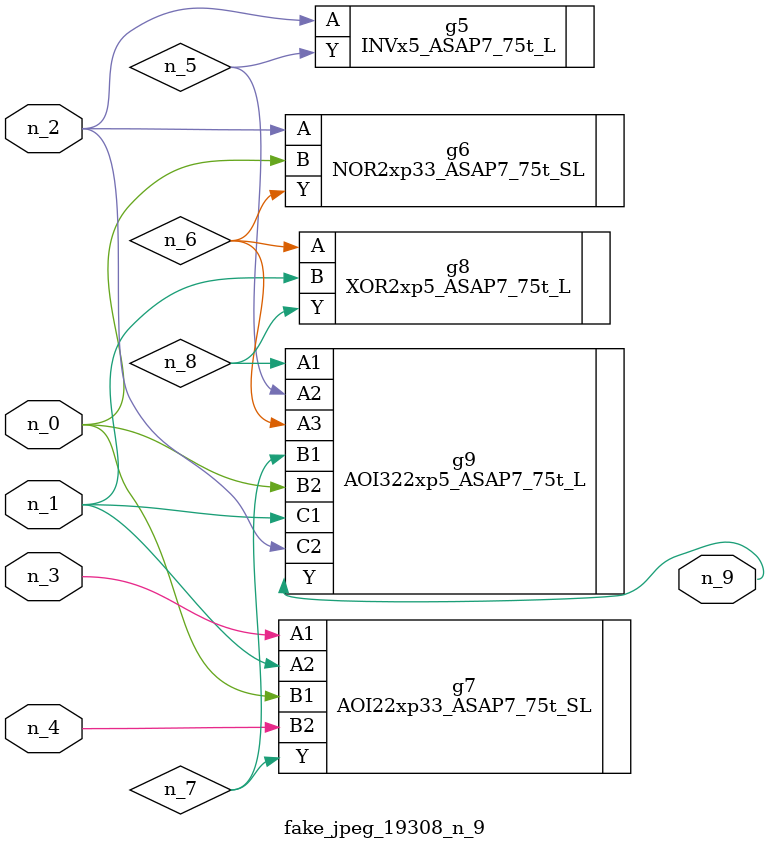
<source format=v>
module fake_jpeg_19308_n_9 (n_3, n_2, n_1, n_0, n_4, n_9);

input n_3;
input n_2;
input n_1;
input n_0;
input n_4;

output n_9;

wire n_8;
wire n_6;
wire n_5;
wire n_7;

INVx5_ASAP7_75t_L g5 ( 
.A(n_2),
.Y(n_5)
);

NOR2xp33_ASAP7_75t_SL g6 ( 
.A(n_2),
.B(n_0),
.Y(n_6)
);

AOI22xp33_ASAP7_75t_SL g7 ( 
.A1(n_3),
.A2(n_1),
.B1(n_0),
.B2(n_4),
.Y(n_7)
);

XOR2xp5_ASAP7_75t_L g8 ( 
.A(n_6),
.B(n_1),
.Y(n_8)
);

AOI322xp5_ASAP7_75t_L g9 ( 
.A1(n_8),
.A2(n_5),
.A3(n_6),
.B1(n_7),
.B2(n_0),
.C1(n_1),
.C2(n_2),
.Y(n_9)
);


endmodule
</source>
